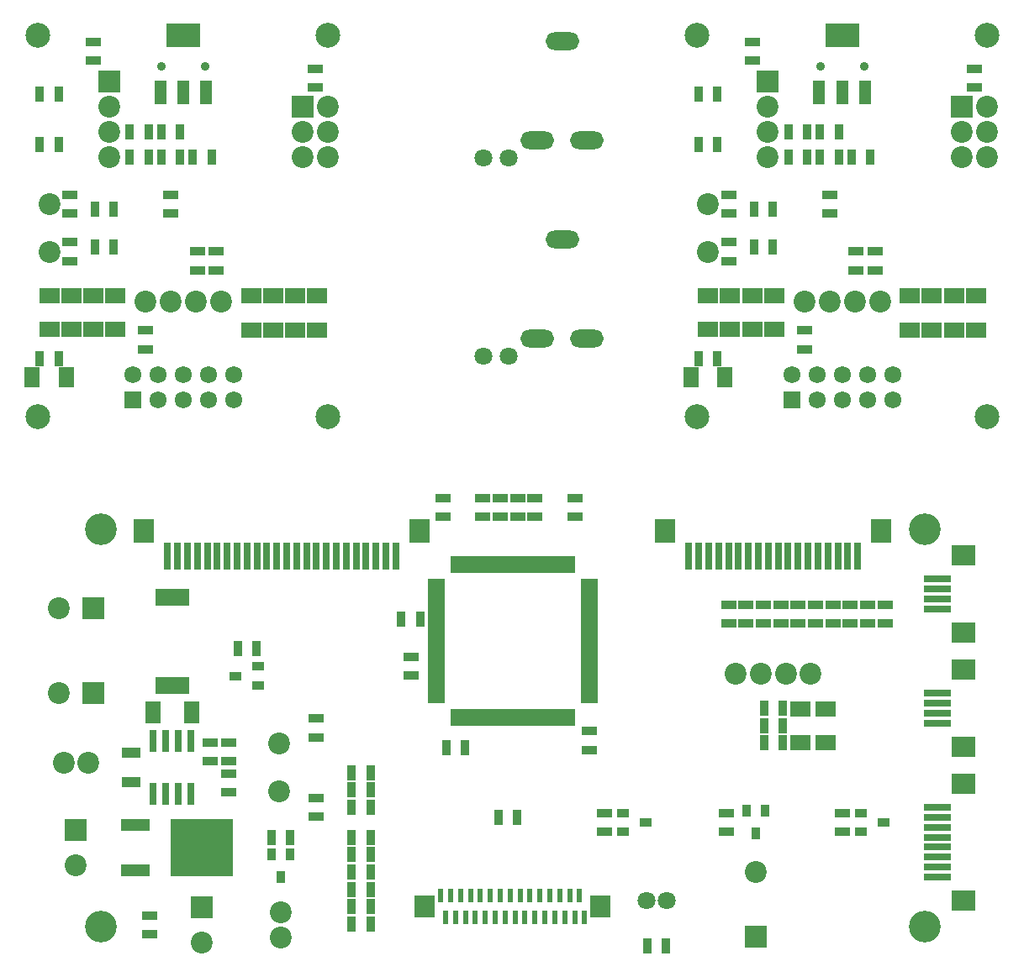
<source format=gbr>
G04 DipTrace 3.2.0.1*
G04 Íèæíÿÿìàñêà.gbr*
%MOIN*%
G04 #@! TF.FileFunction,Soldermask,Bot*
G04 #@! TF.Part,Single*
%AMOUTLINE1*
4,1,4,
-0.029528,-0.017717,
-0.029528,0.017717,
0.029528,0.017717,
0.029528,-0.017717,
-0.029528,-0.017717,
0*%
%ADD73C,0.125984*%
%ADD74C,0.035433*%
%ADD75C,0.098425*%
%ADD80O,0.133858X0.070866*%
%ADD86R,0.067874X0.067874*%
%ADD88C,0.067874*%
%ADD94R,0.062992X0.07874*%
%ADD98R,0.135827X0.09252*%
%ADD100R,0.045276X0.09252*%
%ADD104R,0.031496X0.110236*%
%ADD106R,0.07874X0.094488*%
%ADD107R,0.110236X0.031496*%
%ADD109R,0.094488X0.07874*%
%ADD110R,0.07874X0.062992*%
%ADD111R,0.033465X0.049213*%
%ADD113R,0.049213X0.033465*%
%ADD116R,0.062992X0.090551*%
%ADD120R,0.074803X0.043307*%
%ADD122R,0.133858X0.070866*%
%ADD124C,0.070866*%
%ADD126R,0.023622X0.057087*%
%ADD128R,0.07874X0.086614*%
%ADD130R,0.031496X0.086614*%
%ADD132R,0.019685X0.070866*%
%ADD134R,0.070866X0.019685*%
%ADD136R,0.25X0.226378*%
%ADD138R,0.116142X0.047244*%
%ADD140C,0.086614*%
%ADD141R,0.059055X0.035433*%
%ADD143R,0.035433X0.059055*%
%ADD145C,0.086614*%
%ADD147R,0.086614X0.086614*%
%ADD155OUTLINE1*%
%FSLAX26Y26*%
G04*
G70*
G90*
G75*
G01*
G04 BotMask*
%LPD*%
D147*
X2933071Y157480D3*
D145*
Y413386D3*
D143*
X1405512Y551181D3*
X1330709D3*
Y738189D3*
X1405512D3*
X1330709Y669291D3*
X1405512D3*
Y206693D3*
X1330709D3*
X1405512Y275591D3*
X1330709D3*
X1405512Y344488D3*
X1330709D3*
X1405512Y413386D3*
X1330709D3*
X1405512Y482283D3*
X1330709D3*
X1405512Y807087D3*
X1330709D3*
D141*
X768504Y927904D3*
Y853101D3*
D147*
X306144Y1121753D3*
D140*
X168349D3*
D147*
X306144Y1459251D3*
D140*
X168349D3*
D147*
X237255Y578148D3*
D140*
Y440353D3*
D141*
X531004Y165601D3*
Y240404D3*
D147*
X737253Y271900D3*
D140*
Y134105D3*
D141*
X1190945Y1021654D3*
Y946850D3*
Y631890D3*
Y706693D3*
X2893701Y1399606D3*
Y1474409D3*
X3031496Y1399606D3*
Y1474409D3*
X3169291Y1399606D3*
Y1474409D3*
X3307087Y1399606D3*
Y1474409D3*
X3444882Y1399606D3*
Y1474409D3*
X1850394Y1897638D3*
Y1822835D3*
X1919291Y1897638D3*
Y1822835D3*
D143*
X1779528Y905512D3*
X1704724D3*
D141*
X1564961Y1192913D3*
Y1267717D3*
D143*
X1602362Y1417323D3*
X1527559D3*
D141*
X1692913Y1897638D3*
Y1822835D3*
X2214567Y1897638D3*
Y1822835D3*
X2273622Y897638D3*
Y972441D3*
D143*
X1986220Y629921D3*
X1911417D3*
D138*
X471899Y419488D3*
Y599016D3*
D136*
X735678Y509252D3*
D134*
X1665354Y1092520D3*
Y1112205D3*
Y1131890D3*
Y1151575D3*
Y1171260D3*
Y1190945D3*
Y1210630D3*
Y1230315D3*
Y1250000D3*
Y1269685D3*
Y1289370D3*
Y1309055D3*
Y1328740D3*
Y1348425D3*
Y1368110D3*
Y1387795D3*
Y1407480D3*
Y1427165D3*
Y1446850D3*
Y1466535D3*
Y1486220D3*
Y1505906D3*
Y1525591D3*
Y1545276D3*
Y1564961D3*
D132*
X1732283Y1631890D3*
X1751969D3*
X1771654D3*
X1791339D3*
X1811024D3*
X1830709D3*
X1850394D3*
X1870079D3*
X1889764D3*
X1909449D3*
X1929134D3*
X1948819D3*
X1968504D3*
X1988189D3*
X2007874D3*
X2027559D3*
X2047244D3*
X2066929D3*
X2086614D3*
X2106299D3*
X2125984D3*
X2145669D3*
X2165354D3*
X2185039D3*
X2204724D3*
D134*
X2271654Y1564961D3*
Y1545276D3*
Y1525591D3*
Y1505906D3*
Y1486220D3*
Y1466535D3*
Y1446850D3*
Y1427165D3*
Y1407480D3*
Y1387795D3*
Y1368110D3*
Y1348425D3*
Y1328740D3*
Y1309055D3*
Y1289370D3*
Y1269685D3*
Y1250000D3*
Y1230315D3*
Y1210630D3*
Y1190945D3*
Y1171260D3*
Y1151575D3*
Y1131890D3*
Y1112205D3*
Y1092520D3*
D132*
X2204724Y1025591D3*
X2185039D3*
X2165354D3*
X2145669D3*
X2125984D3*
X2106299D3*
X2086614D3*
X2066929D3*
X2047244D3*
X2027559D3*
X2007874D3*
X1988189D3*
X1968504D3*
X1948819D3*
X1929134D3*
X1909449D3*
X1889764D3*
X1870079D3*
X1850394D3*
X1830709D3*
X1811024D3*
X1791339D3*
X1771654D3*
X1751969D3*
X1732283D3*
D130*
X543504Y934301D3*
X593504D3*
X643504D3*
X693504D3*
Y721702D3*
X643504D3*
X593504D3*
X543504D3*
D128*
X1620079Y275591D3*
D126*
X1702756Y231299D3*
X1722441Y319882D3*
X1742126Y231299D3*
X1761811Y319882D3*
X1781496Y231299D3*
X1801181Y319882D3*
X1820866Y231299D3*
X1840551Y319882D3*
X1860236Y231299D3*
X1879921Y319882D3*
X1899606Y231299D3*
X1919291Y319882D3*
X1938976Y231299D3*
X1958661Y319882D3*
X1978346Y231299D3*
X1998031Y319882D3*
X2017717Y231299D3*
X2037402Y319882D3*
X2057087Y231299D3*
X2076772Y319882D3*
X2096457Y231299D3*
X2116142Y319882D3*
X2135827Y231299D3*
X2155512Y319882D3*
X2175197Y231299D3*
X2194882Y319882D3*
X2214567Y231299D3*
X2234252Y319882D3*
X2253937Y231299D3*
X1683071Y319882D3*
D128*
X2316929Y275591D3*
D124*
X2500000Y299213D3*
X2578740D3*
D73*
X334646Y1771654D3*
X3602362D3*
Y196850D3*
X334646D3*
D122*
X618570Y1152804D3*
Y1503198D3*
D143*
X2576772Y118110D3*
X2501969D3*
D141*
X2332677Y572835D3*
Y647638D3*
X843504Y853101D3*
Y927904D3*
Y728100D3*
Y802903D3*
D120*
X456004Y770915D3*
Y885088D3*
D143*
X3039370Y994094D3*
X2964567D3*
X3039370Y925197D3*
X2964567D3*
X3039370Y1062992D3*
X2964567D3*
D141*
X3277559Y572835D3*
Y647638D3*
X2824803Y1474409D3*
Y1399606D3*
X2962598Y1474409D3*
Y1399606D3*
X3100394Y1474409D3*
Y1399606D3*
X3238189Y1474409D3*
Y1399606D3*
X3375984Y1474409D3*
Y1399606D3*
X1988189Y1822835D3*
Y1897638D3*
X2057087Y1822835D3*
Y1897638D3*
D143*
X952756Y1299213D3*
X877953D3*
X1087156Y550345D3*
X1012353D3*
D141*
X2814961Y572835D3*
Y647638D3*
D116*
X541735Y1046751D3*
X695273D3*
D110*
X3208661Y1061024D3*
Y927165D3*
X3110236D3*
Y1061024D3*
D113*
X960630Y1228346D3*
Y1153543D3*
X870079Y1190945D3*
X2405512Y572835D3*
Y647638D3*
X2496063Y610236D3*
D111*
X1012352Y483119D3*
X1087155D3*
X1049753Y392568D3*
X2895669Y655512D3*
X2970472D3*
X2933071Y564961D3*
D113*
X3350394Y572835D3*
Y647638D3*
X3440945Y610236D3*
D109*
X3755906Y1216535D3*
D107*
X3653543Y1122047D3*
Y1082677D3*
Y1043307D3*
Y1003937D3*
D109*
X3755906Y909449D3*
D106*
X2572835Y1767717D3*
D104*
X2667323Y1665354D3*
X2706693D3*
X2746063D3*
X2785433D3*
X2824803D3*
X2864173D3*
X2903543D3*
X2942913D3*
X2982283D3*
X3021654D3*
X3061024D3*
X3100394D3*
X3139764D3*
X3179134D3*
X3218504D3*
X3257874D3*
X3297244D3*
X3336614D3*
D106*
X3431102Y1767717D3*
X505906D3*
D104*
X600394Y1665354D3*
X639764D3*
X679134D3*
X718504D3*
X757874D3*
X797244D3*
X836614D3*
X875984D3*
X915354D3*
X954724D3*
X994094D3*
X1033465D3*
X1072835D3*
X1112205D3*
X1151575D3*
X1190945D3*
X1230315D3*
X1269685D3*
X1309055D3*
X1348425D3*
X1387795D3*
X1427165D3*
X1466535D3*
X1505906D3*
D106*
X1600394Y1767717D3*
D140*
X2854331Y1200787D3*
X2952756D3*
X3051181D3*
X3149606D3*
X286459Y846751D3*
X188034D3*
X1049755Y153790D3*
Y252215D3*
D109*
X3755906Y763780D3*
D107*
X3653543Y669291D3*
Y629921D3*
Y590551D3*
Y551181D3*
Y511811D3*
Y472441D3*
Y433071D3*
Y393701D3*
D109*
X3755906Y299213D3*
Y1669291D3*
D107*
X3653543Y1574803D3*
Y1535433D3*
Y1496063D3*
Y1456693D3*
D109*
X3755906Y1362205D3*
D145*
X1043307Y921772D3*
Y731772D3*
D141*
X306218Y3706315D3*
Y3631512D3*
D143*
X93835Y3500181D3*
X168638D3*
X93835Y3300202D3*
X168638D3*
D141*
X793667Y2875152D3*
Y2800349D3*
D143*
X93835Y2450291D3*
X168638D3*
D141*
X1187375Y3600076D3*
Y3525273D3*
D143*
X649837Y3250207D3*
X575034D3*
D155*
X212478Y2912648D3*
Y2837845D3*
D141*
Y3025325D3*
Y3100129D3*
D100*
X752982Y3504745D3*
X662430D3*
X571879D3*
D98*
X662430Y3733092D3*
D141*
X718675Y2800349D3*
Y2875152D3*
D143*
X387365Y2893995D3*
X312562D3*
X774824Y3250207D3*
X700021D3*
D141*
X612436Y3100129D3*
Y3025325D3*
X512446Y2487882D3*
Y2562685D3*
D143*
X312562Y3043979D3*
X387365D3*
X524850Y3350197D3*
X450047D3*
X524850Y3250207D3*
X450047D3*
X649837Y3350197D3*
X575034D3*
D110*
X1106386Y2698199D3*
Y2564341D3*
X1018895Y2698199D3*
Y2564341D3*
X931404Y2698199D3*
Y2564341D3*
X1193877Y2698199D3*
Y2564341D3*
X393709Y2698451D3*
Y2564593D3*
X131236Y2698451D3*
Y2564593D3*
X218727Y2698451D3*
Y2564593D3*
X306218Y2698451D3*
Y2564593D3*
D94*
X198165Y2375299D3*
X64307D3*
D74*
X749026Y3609076D3*
X575798D3*
D147*
X368711Y3550192D3*
D140*
Y3450192D3*
Y3350192D3*
Y3250192D3*
D147*
X1137375Y3450197D3*
D140*
X1237375D3*
X1137375Y3350197D3*
X1237375D3*
X1137375Y3250197D3*
X1237375D3*
X512430Y2675268D3*
X612430D3*
X712430D3*
X812430D3*
D88*
X862430Y2387803D3*
Y2287803D3*
X762430D3*
Y2387803D3*
X662430Y2287803D3*
Y2387803D3*
X562430Y2287803D3*
Y2387803D3*
X462430D3*
D86*
Y2287803D3*
D145*
X131236Y2873987D3*
Y3063987D3*
D75*
X1237500Y3731398D3*
X87500D3*
X87499Y2218896D3*
X1237629Y2218906D3*
D124*
X1852854Y3246752D3*
X1952854D3*
D80*
X2066929Y3316929D3*
X2263780D3*
X2165354Y3710630D3*
D124*
X1852854Y2459350D3*
X1952854D3*
D80*
X2066929Y2529528D3*
X2263780D3*
X2165354Y2923228D3*
D141*
X2918365Y3706315D3*
Y3631512D3*
D143*
X2705982Y3500181D3*
X2780785D3*
X2705982Y3300202D3*
X2780785D3*
D141*
X3405814Y2875152D3*
Y2800349D3*
D143*
X2705982Y2450291D3*
X2780785D3*
D141*
X3799522Y3600076D3*
Y3525273D3*
D143*
X3261984Y3250207D3*
X3187181D3*
D155*
X2824625Y2912648D3*
Y2837845D3*
D141*
Y3025325D3*
Y3100129D3*
D100*
X3365129Y3504745D3*
X3274577D3*
X3184026D3*
D98*
X3274577Y3733092D3*
D141*
X3330822Y2800349D3*
Y2875152D3*
D143*
X2999512Y2893995D3*
X2924709D3*
X3386971Y3250207D3*
X3312168D3*
D141*
X3224583Y3100129D3*
Y3025325D3*
X3124593Y2487882D3*
Y2562685D3*
D143*
X2924709Y3043979D3*
X2999512D3*
X3136997Y3350197D3*
X3062194D3*
X3136997Y3250207D3*
X3062194D3*
X3261984Y3350197D3*
X3187181D3*
D110*
X3718533Y2698199D3*
Y2564341D3*
X3631042Y2698199D3*
Y2564341D3*
X3543551Y2698199D3*
Y2564341D3*
X3806024Y2698199D3*
Y2564341D3*
X3005856Y2698451D3*
Y2564593D3*
X2743383Y2698451D3*
Y2564593D3*
X2830874Y2698451D3*
Y2564593D3*
X2918365Y2698451D3*
Y2564593D3*
D94*
X2810312Y2375299D3*
X2676454D3*
D74*
X3361173Y3609076D3*
X3187945D3*
D147*
X2980858Y3550192D3*
D140*
Y3450192D3*
Y3350192D3*
Y3250192D3*
D147*
X3749522Y3450197D3*
D140*
X3849522D3*
X3749522Y3350197D3*
X3849522D3*
X3749522Y3250197D3*
X3849522D3*
X3124577Y2675268D3*
X3224577D3*
X3324577D3*
X3424577D3*
D88*
X3474577Y2387803D3*
Y2287803D3*
X3374577D3*
Y2387803D3*
X3274577Y2287803D3*
Y2387803D3*
X3174577Y2287803D3*
Y2387803D3*
X3074577D3*
D86*
Y2287803D3*
D145*
X2743383Y2873987D3*
Y3063987D3*
D75*
X3849647Y3731398D3*
X2699647D3*
X2699646Y2218896D3*
X3849776Y2218906D3*
M02*

</source>
